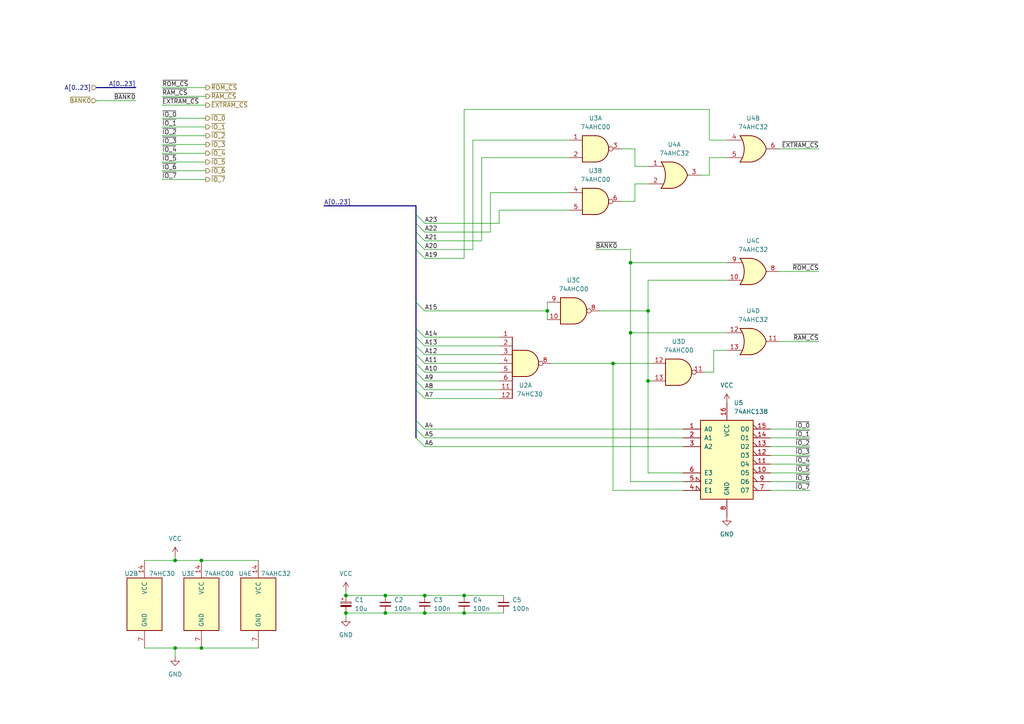
<source format=kicad_sch>
(kicad_sch (version 20250114) (generator "eeschema") (generator_version "9.0")
  (paper "A4")
  (title_block (title "Address Decoding Module") (date "2023-05-23") (rev "A.32") (comment 2 "https://github.com/adrienkohlbecker/BB816") (comment 3 "Licensed under CERN-OHL-W v2") (comment 4 "Copyright © 2022-2023 Adrien Kohlbecker"))
  (lib_symbols
    (symbol "74xx:74LS00" (pin_names (offset 1.016))
      (property "Reference" "U" (at 0 1.27 0))
      (property "Value" "74LS00" (at 0 -1.27 0))
      (symbol "74LS00_1_1"
        (arc (start 0 3.81) (mid 3.7934 0) (end 0 -3.81) (stroke (width 0.254)) (fill (type background)))
        (polyline (pts (xy 0 3.81) (xy -3.81 3.81) (xy -3.81 -3.81) (xy 0 -3.81)) (stroke (width 0.254)) (fill (type background)))
        (pin input line (at -7.62 2.54 0) (length 3.81) (name "~") (number "1"))
        (pin input line (at -7.62 -2.54 0) (length 3.81) (name "~") (number "2"))
        (pin output inverted (at 7.62 0 180) (length 3.81) (name "~") (number "3"))
      )
      (symbol "74LS00_1_2"
        (arc (start -3.81 3.81) (mid -2.589 0) (end -3.81 -3.81) (stroke (width 0.254)))
        (polyline (pts (xy -3.81 3.81) (xy -0.635 3.81)) (stroke (width 0.254)) (fill (type background)))
        (polyline (pts (xy -3.81 -3.81) (xy -0.635 -3.81)) (stroke (width 0.254)) (fill (type background)))
        (arc (start 3.81 0) (mid 2.1855 -2.584) (end -0.6096 -3.81) (stroke (width 0.254)) (fill (type background)))
        (arc (start -0.6096 3.81) (mid 2.1929 2.5925) (end 3.81 0) (stroke (width 0.254)) (fill (type background)))
        (polyline (pts (xy -0.635 3.81) (xy -3.81 3.81) (xy -3.81 3.81) (xy -3.556 3.4036) (xy -3.0226 2.2606) (xy -2.6924 1.0414) (xy -2.6162 -0.254) (xy -2.7686 -1.4986) (xy -3.175 -2.7178) (xy -3.81 -3.81) (xy -3.81 -3.81) (xy -0.635 -3.81)) (stroke (width -25.4)) (fill (type background)))
        (pin input inverted (at -7.62 2.54 0) (length 4.318) (name "~") (number "1"))
        (pin input inverted (at -7.62 -2.54 0) (length 4.318) (name "~") (number "2"))
        (pin output line (at 7.62 0 180) (length 3.81) (name "~") (number "3"))
      )
      (symbol "74LS00_2_1"
        (arc (start 0 3.81) (mid 3.7934 0) (end 0 -3.81) (stroke (width 0.254)) (fill (type background)))
        (polyline (pts (xy 0 3.81) (xy -3.81 3.81) (xy -3.81 -3.81) (xy 0 -3.81)) (stroke (width 0.254)) (fill (type background)))
        (pin input line (at -7.62 2.54 0) (length 3.81) (name "~") (number "4"))
        (pin input line (at -7.62 -2.54 0) (length 3.81) (name "~") (number "5"))
        (pin output inverted (at 7.62 0 180) (length 3.81) (name "~") (number "6"))
      )
      (symbol "74LS00_2_2"
        (arc (start -3.81 3.81) (mid -2.589 0) (end -3.81 -3.81) (stroke (width 0.254)))
        (polyline (pts (xy -3.81 3.81) (xy -0.635 3.81)) (stroke (width 0.254)) (fill (type background)))
        (polyline (pts (xy -3.81 -3.81) (xy -0.635 -3.81)) (stroke (width 0.254)) (fill (type background)))
        (arc (start 3.81 0) (mid 2.1855 -2.584) (end -0.6096 -3.81) (stroke (width 0.254)) (fill (type background)))
        (arc (start -0.6096 3.81) (mid 2.1929 2.5925) (end 3.81 0) (stroke (width 0.254)) (fill (type background)))
        (polyline (pts (xy -0.635 3.81) (xy -3.81 3.81) (xy -3.81 3.81) (xy -3.556 3.4036) (xy -3.0226 2.2606) (xy -2.6924 1.0414) (xy -2.6162 -0.254) (xy -2.7686 -1.4986) (xy -3.175 -2.7178) (xy -3.81 -3.81) (xy -3.81 -3.81) (xy -0.635 -3.81)) (stroke (width -25.4)) (fill (type background)))
        (pin input inverted (at -7.62 2.54 0) (length 4.318) (name "~") (number "4"))
        (pin input inverted (at -7.62 -2.54 0) (length 4.318) (name "~") (number "5"))
        (pin output line (at 7.62 0 180) (length 3.81) (name "~") (number "6"))
      )
      (symbol "74LS00_3_1"
        (arc (start 0 3.81) (mid 3.7934 0) (end 0 -3.81) (stroke (width 0.254)) (fill (type background)))
        (polyline (pts (xy 0 3.81) (xy -3.81 3.81) (xy -3.81 -3.81) (xy 0 -3.81)) (stroke (width 0.254)) (fill (type background)))
        (pin input line (at -7.62 2.54 0) (length 3.81) (name "~") (number "9"))
        (pin input line (at -7.62 -2.54 0) (length 3.81) (name "~") (number "10"))
        (pin output inverted (at 7.62 0 180) (length 3.81) (name "~") (number "8"))
      )
      (symbol "74LS00_3_2"
        (arc (start -3.81 3.81) (mid -2.589 0) (end -3.81 -3.81) (stroke (width 0.254)))
        (polyline (pts (xy -3.81 3.81) (xy -0.635 3.81)) (stroke (width 0.254)) (fill (type background)))
        (polyline (pts (xy -3.81 -3.81) (xy -0.635 -3.81)) (stroke (width 0.254)) (fill (type background)))
        (arc (start 3.81 0) (mid 2.1855 -2.584) (end -0.6096 -3.81) (stroke (width 0.254)) (fill (type background)))
        (arc (start -0.6096 3.81) (mid 2.1929 2.5925) (end 3.81 0) (stroke (width 0.254)) (fill (type background)))
        (polyline (pts (xy -0.635 3.81) (xy -3.81 3.81) (xy -3.81 3.81) (xy -3.556 3.4036) (xy -3.0226 2.2606) (xy -2.6924 1.0414) (xy -2.6162 -0.254) (xy -2.7686 -1.4986) (xy -3.175 -2.7178) (xy -3.81 -3.81) (xy -3.81 -3.81) (xy -0.635 -3.81)) (stroke (width -25.4)) (fill (type background)))
        (pin input inverted (at -7.62 2.54 0) (length 4.318) (name "~") (number "9"))
        (pin input inverted (at -7.62 -2.54 0) (length 4.318) (name "~") (number "10"))
        (pin output line (at 7.62 0 180) (length 3.81) (name "~") (number "8"))
      )
      (symbol "74LS00_4_1"
        (arc (start 0 3.81) (mid 3.7934 0) (end 0 -3.81) (stroke (width 0.254)) (fill (type background)))
        (polyline (pts (xy 0 3.81) (xy -3.81 3.81) (xy -3.81 -3.81) (xy 0 -3.81)) (stroke (width 0.254)) (fill (type background)))
        (pin input line (at -7.62 2.54 0) (length 3.81) (name "~") (number "12"))
        (pin input line (at -7.62 -2.54 0) (length 3.81) (name "~") (number "13"))
        (pin output inverted (at 7.62 0 180) (length 3.81) (name "~") (number "11"))
      )
      (symbol "74LS00_4_2"
        (arc (start -3.81 3.81) (mid -2.589 0) (end -3.81 -3.81) (stroke (width 0.254)))
        (polyline (pts (xy -3.81 3.81) (xy -0.635 3.81)) (stroke (width 0.254)) (fill (type background)))
        (polyline (pts (xy -3.81 -3.81) (xy -0.635 -3.81)) (stroke (width 0.254)) (fill (type background)))
        (arc (start 3.81 0) (mid 2.1855 -2.584) (end -0.6096 -3.81) (stroke (width 0.254)) (fill (type background)))
        (arc (start -0.6096 3.81) (mid 2.1929 2.5925) (end 3.81 0) (stroke (width 0.254)) (fill (type background)))
        (polyline (pts (xy -0.635 3.81) (xy -3.81 3.81) (xy -3.81 3.81) (xy -3.556 3.4036) (xy -3.0226 2.2606) (xy -2.6924 1.0414) (xy -2.6162 -0.254) (xy -2.7686 -1.4986) (xy -3.175 -2.7178) (xy -3.81 -3.81) (xy -3.81 -3.81) (xy -0.635 -3.81)) (stroke (width -25.4)) (fill (type background)))
        (pin input inverted (at -7.62 2.54 0) (length 4.318) (name "~") (number "12"))
        (pin input inverted (at -7.62 -2.54 0) (length 4.318) (name "~") (number "13"))
        (pin output line (at 7.62 0 180) (length 3.81) (name "~") (number "11"))
      )
      (symbol "74LS00_5_0"
        (pin power_in line (at 0 12.7 270) (length 5.08) (name "VCC") (number "14"))
        (pin power_in line (at 0 -12.7 90) (length 5.08) (name "GND") (number "7"))
      )
      (symbol "74LS00_5_1"
        (rectangle (start -5.08 7.62) (end 5.08 -7.62) (stroke (width 0.254)) (fill (type background)))
      )
    )
    (symbol "74xx:74LS138" (pin_names (offset 1.016))
      (property "Reference" "U" (at -7.62 11.43 0))
      (property "Value" "74LS138" (at -7.62 -13.97 0))
      (symbol "74LS138_1_0"
        (pin input line (at -12.7 7.62 0) (length 5.08) (name "A0") (number "1"))
        (pin input line (at -12.7 5.08 0) (length 5.08) (name "A1") (number "2"))
        (pin input line (at -12.7 2.54 0) (length 5.08) (name "A2") (number "3"))
        (pin input line (at -12.7 -5.08 0) (length 5.08) (name "E3") (number "6"))
        (pin input input_low (at -12.7 -7.62 0) (length 5.08) (name "E2") (number "5"))
        (pin input input_low (at -12.7 -10.16 0) (length 5.08) (name "E1") (number "4"))
        (pin power_in line (at 0 15.24 270) (length 5.08) (name "VCC") (number "16"))
        (pin power_in line (at 0 -17.78 90) (length 5.08) (name "GND") (number "8"))
        (pin output output_low (at 12.7 7.62 180) (length 5.08) (name "O0") (number "15"))
        (pin output output_low (at 12.7 5.08 180) (length 5.08) (name "O1") (number "14"))
        (pin output output_low (at 12.7 2.54 180) (length 5.08) (name "O2") (number "13"))
        (pin output output_low (at 12.7 0 180) (length 5.08) (name "O3") (number "12"))
        (pin output output_low (at 12.7 -2.54 180) (length 5.08) (name "O4") (number "11"))
        (pin output output_low (at 12.7 -5.08 180) (length 5.08) (name "O5") (number "10"))
        (pin output output_low (at 12.7 -7.62 180) (length 5.08) (name "O6") (number "9"))
        (pin output output_low (at 12.7 -10.16 180) (length 5.08) (name "O7") (number "7"))
      )
      (symbol "74LS138_1_1"
        (rectangle (start -7.62 10.16) (end 7.62 -12.7) (stroke (width 0.254)) (fill (type background)))
      )
    )
    (symbol "74xx:74LS30" (pin_names (offset 1.016))
      (property "Reference" "U" (at 0 1.27 0))
      (property "Value" "74LS30" (at 0 -1.27 0))
      (symbol "74LS30_1_1"
        (polyline (pts (xy -3.81 7.62) (xy -3.81 -10.16)) (stroke (width 0.254)))
        (arc (start 0 3.81) (mid 3.7934 0) (end 0 -3.81) (stroke (width 0.254)) (fill (type background)))
        (polyline (pts (xy 0 3.81) (xy -3.81 3.81) (xy -3.81 -3.81) (xy 0 -3.81)) (stroke (width 0.254)) (fill (type background)))
        (pin input line (at -7.62 7.62 0) (length 3.81) (name "~") (number "1"))
        (pin input line (at -7.62 5.08 0) (length 3.81) (name "~") (number "2"))
        (pin input line (at -7.62 2.54 0) (length 3.81) (name "~") (number "3"))
        (pin input line (at -7.62 0 0) (length 3.81) (name "~") (number "4"))
        (pin input line (at -7.62 -2.54 0) (length 3.81) (name "~") (number "5"))
        (pin input line (at -7.62 -5.08 0) (length 3.81) (name "~") (number "6"))
        (pin input line (at -7.62 -7.62 0) (length 3.81) (name "~") (number "11"))
        (pin input line (at -7.62 -10.16 0) (length 3.81) (name "~") (number "12"))
        (pin output inverted (at 7.62 0 180) (length 3.81) (name "~") (number "8"))
      )
      (symbol "74LS30_1_2"
        (arc (start -3.81 3.81) (mid -2.589 0) (end -3.81 -3.81) (stroke (width 0.254)))
        (polyline (pts (xy -3.81 7.62) (xy -3.81 3.81)) (stroke (width 0.254)))
        (polyline (pts (xy -3.81 3.81) (xy -0.635 3.81)) (stroke (width 0.254)) (fill (type background)))
        (polyline (pts (xy -3.81 -3.81) (xy -3.81 -10.16)) (stroke (width 0.254)))
        (polyline (pts (xy -3.81 -3.81) (xy -0.635 -3.81)) (stroke (width 0.254)) (fill (type background)))
        (arc (start 3.81 0) (mid 2.1855 -2.584) (end -0.6096 -3.81) (stroke (width 0.254)) (fill (type background)))
        (arc (start -0.6096 3.81) (mid 2.1929 2.5925) (end 3.81 0) (stroke (width 0.254)) (fill (type background)))
        (polyline (pts (xy -0.635 3.81) (xy -3.81 3.81) (xy -3.81 3.81) (xy -3.556 3.4036) (xy -3.0226 2.2606) (xy -2.6924 1.0414) (xy -2.6162 -0.254) (xy -2.7686 -1.4986) (xy -3.175 -2.7178) (xy -3.81 -3.81) (xy -3.81 -3.81) (xy -0.635 -3.81)) (stroke (width -25.4)) (fill (type background)))
        (pin input inverted (at -7.62 7.62 0) (length 3.81) (name "~") (number "1"))
        (pin input inverted (at -7.62 5.08 0) (length 3.81) (name "~") (number "2"))
        (pin input inverted (at -7.62 2.54 0) (length 4.5466) (name "~") (number "3"))
        (pin input inverted (at -7.62 0 0) (length 5.08) (name "~") (number "4"))
        (pin input inverted (at -7.62 -2.54 0) (length 4.5466) (name "~") (number "5"))
        (pin input inverted (at -7.62 -5.08 0) (length 3.81) (name "~") (number "6"))
        (pin input inverted (at -7.62 -7.62 0) (length 3.81) (name "~") (number "11"))
        (pin input inverted (at -7.62 -10.16 0) (length 3.81) (name "~") (number "12"))
        (pin output line (at 7.62 0 180) (length 3.81) (name "~") (number "8"))
      )
      (symbol "74LS30_2_0"
        (pin power_in line (at 0 12.7 270) (length 5.08) (name "VCC") (number "14"))
        (pin power_in line (at 0 -12.7 90) (length 5.08) (name "GND") (number "7"))
      )
      (symbol "74LS30_2_1"
        (rectangle (start -5.08 7.62) (end 5.08 -7.62) (stroke (width 0.254)) (fill (type background)))
      )
    )
    (symbol "74xx:74LS32" (pin_names (offset 1.016))
      (property "Reference" "U" (at 0 1.27 0))
      (property "Value" "74LS32" (at 0 -1.27 0))
      (symbol "74LS32_1_1"
        (arc (start -3.81 3.81) (mid -2.589 0) (end -3.81 -3.81) (stroke (width 0.254)))
        (polyline (pts (xy -3.81 3.81) (xy -0.635 3.81)) (stroke (width 0.254)) (fill (type background)))
        (polyline (pts (xy -3.81 -3.81) (xy -0.635 -3.81)) (stroke (width 0.254)) (fill (type background)))
        (arc (start 3.81 0) (mid 2.1855 -2.584) (end -0.6096 -3.81) (stroke (width 0.254)) (fill (type background)))
        (arc (start -0.6096 3.81) (mid 2.1929 2.5925) (end 3.81 0) (stroke (width 0.254)) (fill (type background)))
        (polyline (pts (xy -0.635 3.81) (xy -3.81 3.81) (xy -3.81 3.81) (xy -3.556 3.4036) (xy -3.0226 2.2606) (xy -2.6924 1.0414) (xy -2.6162 -0.254) (xy -2.7686 -1.4986) (xy -3.175 -2.7178) (xy -3.81 -3.81) (xy -3.81 -3.81) (xy -0.635 -3.81)) (stroke (width -25.4)) (fill (type background)))
        (pin input line (at -7.62 2.54 0) (length 4.318) (name "~") (number "1"))
        (pin input line (at -7.62 -2.54 0) (length 4.318) (name "~") (number "2"))
        (pin output line (at 7.62 0 180) (length 3.81) (name "~") (number "3"))
      )
      (symbol "74LS32_1_2"
        (arc (start 0 3.81) (mid 3.7934 0) (end 0 -3.81) (stroke (width 0.254)) (fill (type background)))
        (polyline (pts (xy 0 3.81) (xy -3.81 3.81) (xy -3.81 -3.81) (xy 0 -3.81)) (stroke (width 0.254)) (fill (type background)))
        (pin input inverted (at -7.62 2.54 0) (length 3.81) (name "~") (number "1"))
        (pin input inverted (at -7.62 -2.54 0) (length 3.81) (name "~") (number "2"))
        (pin output inverted (at 7.62 0 180) (length 3.81) (name "~") (number "3"))
      )
      (symbol "74LS32_2_1"
        (arc (start -3.81 3.81) (mid -2.589 0) (end -3.81 -3.81) (stroke (width 0.254)))
        (polyline (pts (xy -3.81 3.81) (xy -0.635 3.81)) (stroke (width 0.254)) (fill (type background)))
        (polyline (pts (xy -3.81 -3.81) (xy -0.635 -3.81)) (stroke (width 0.254)) (fill (type background)))
        (arc (start 3.81 0) (mid 2.1855 -2.584) (end -0.6096 -3.81) (stroke (width 0.254)) (fill (type background)))
        (arc (start -0.6096 3.81) (mid 2.1929 2.5925) (end 3.81 0) (stroke (width 0.254)) (fill (type background)))
        (polyline (pts (xy -0.635 3.81) (xy -3.81 3.81) (xy -3.81 3.81) (xy -3.556 3.4036) (xy -3.0226 2.2606) (xy -2.6924 1.0414) (xy -2.6162 -0.254) (xy -2.7686 -1.4986) (xy -3.175 -2.7178) (xy -3.81 -3.81) (xy -3.81 -3.81) (xy -0.635 -3.81)) (stroke (width -25.4)) (fill (type background)))
        (pin input line (at -7.62 2.54 0) (length 4.318) (name "~") (number "4"))
        (pin input line (at -7.62 -2.54 0) (length 4.318) (name "~") (number "5"))
        (pin output line (at 7.62 0 180) (length 3.81) (name "~") (number "6"))
      )
      (symbol "74LS32_2_2"
        (arc (start 0 3.81) (mid 3.7934 0) (end 0 -3.81) (stroke (width 0.254)) (fill (type background)))
        (polyline (pts (xy 0 3.81) (xy -3.81 3.81) (xy -3.81 -3.81) (xy 0 -3.81)) (stroke (width 0.254)) (fill (type background)))
        (pin input inverted (at -7.62 2.54 0) (length 3.81) (name "~") (number "4"))
        (pin input inverted (at -7.62 -2.54 0) (length 3.81) (name "~") (number "5"))
        (pin output inverted (at 7.62 0 180) (length 3.81) (name "~") (number "6"))
      )
      (symbol "74LS32_3_1"
        (arc (start -3.81 3.81) (mid -2.589 0) (end -3.81 -3.81) (stroke (width 0.254)))
        (polyline (pts (xy -3.81 3.81) (xy -0.635 3.81)) (stroke (width 0.254)) (fill (type background)))
        (polyline (pts (xy -3.81 -3.81) (xy -0.635 -3.81)) (stroke (width 0.254)) (fill (type background)))
        (arc (start 3.81 0) (mid 2.1855 -2.584) (end -0.6096 -3.81) (stroke (width 0.254)) (fill (type background)))
        (arc (start -0.6096 3.81) (mid 2.1929 2.5925) (end 3.81 0) (stroke (width 0.254)) (fill (type background)))
        (polyline (pts (xy -0.635 3.81) (xy -3.81 3.81) (xy -3.81 3.81) (xy -3.556 3.4036) (xy -3.0226 2.2606) (xy -2.6924 1.0414) (xy -2.6162 -0.254) (xy -2.7686 -1.4986) (xy -3.175 -2.7178) (xy -3.81 -3.81) (xy -3.81 -3.81) (xy -0.635 -3.81)) (stroke (width -25.4)) (fill (type background)))
        (pin input line (at -7.62 2.54 0) (length 4.318) (name "~") (number "9"))
        (pin input line (at -7.62 -2.54 0) (length 4.318) (name "~") (number "10"))
        (pin output line (at 7.62 0 180) (length 3.81) (name "~") (number "8"))
      )
      (symbol "74LS32_3_2"
        (arc (start 0 3.81) (mid 3.7934 0) (end 0 -3.81) (stroke (width 0.254)) (fill (type background)))
        (polyline (pts (xy 0 3.81) (xy -3.81 3.81) (xy -3.81 -3.81) (xy 0 -3.81)) (stroke (width 0.254)) (fill (type background)))
        (pin input inverted (at -7.62 2.54 0) (length 3.81) (name "~") (number "9"))
        (pin input inverted (at -7.62 -2.54 0) (length 3.81) (name "~") (number "10"))
        (pin output inverted (at 7.62 0 180) (length 3.81) (name "~") (number "8"))
      )
      (symbol "74LS32_4_1"
        (arc (start -3.81 3.81) (mid -2.589 0) (end -3.81 -3.81) (stroke (width 0.254)))
        (polyline (pts (xy -3.81 3.81) (xy -0.635 3.81)) (stroke (width 0.254)) (fill (type background)))
        (polyline (pts (xy -3.81 -3.81) (xy -0.635 -3.81)) (stroke (width 0.254)) (fill (type background)))
        (arc (start 3.81 0) (mid 2.1855 -2.584) (end -0.6096 -3.81) (stroke (width 0.254)) (fill (type background)))
        (arc (start -0.6096 3.81) (mid 2.1929 2.5925) (end 3.81 0) (stroke (width 0.254)) (fill (type background)))
        (polyline (pts (xy -0.635 3.81) (xy -3.81 3.81) (xy -3.81 3.81) (xy -3.556 3.4036) (xy -3.0226 2.2606) (xy -2.6924 1.0414) (xy -2.6162 -0.254) (xy -2.7686 -1.4986) (xy -3.175 -2.7178) (xy -3.81 -3.81) (xy -3.81 -3.81) (xy -0.635 -3.81)) (stroke (width -25.4)) (fill (type background)))
        (pin input line (at -7.62 2.54 0) (length 4.318) (name "~") (number "12"))
        (pin input line (at -7.62 -2.54 0) (length 4.318) (name "~") (number "13"))
        (pin output line (at 7.62 0 180) (length 3.81) (name "~") (number "11"))
      )
      (symbol "74LS32_4_2"
        (arc (start 0 3.81) (mid 3.7934 0) (end 0 -3.81) (stroke (width 0.254)) (fill (type background)))
        (polyline (pts (xy 0 3.81) (xy -3.81 3.81) (xy -3.81 -3.81) (xy 0 -3.81)) (stroke (width 0.254)) (fill (type background)))
        (pin input inverted (at -7.62 2.54 0) (length 3.81) (name "~") (number "12"))
        (pin input inverted (at -7.62 -2.54 0) (length 3.81) (name "~") (number "13"))
        (pin output inverted (at 7.62 0 180) (length 3.81) (name "~") (number "11"))
      )
      (symbol "74LS32_5_0"
        (pin power_in line (at 0 12.7 270) (length 5.08) (name "VCC") (number "14"))
        (pin power_in line (at 0 -12.7 90) (length 5.08) (name "GND") (number "7"))
      )
      (symbol "74LS32_5_1"
        (rectangle (start -5.08 7.62) (end 5.08 -7.62) (stroke (width 0.254)) (fill (type background)))
      )
    )
    (symbol "Device:C_Polarized_Small" (pin_numbers (hide yes)) (pin_names (offset 0.254) (hide yes))
      (property "Reference" "C" (at 0.254 1.778 0))
      (property "Value" "C_Polarized_Small" (at 0.254 -2.032 0))
      (symbol "C_Polarized_Small_0_1"
        (rectangle (start -1.524 0.6858) (end 1.524 0.3048))
        (rectangle (start -1.524 -0.3048) (end 1.524 -0.6858) (fill (type outline)))
        (polyline (pts (xy -1.27 1.524) (xy -0.762 1.524)))
        (polyline (pts (xy -1.016 1.27) (xy -1.016 1.778)))
      )
      (symbol "C_Polarized_Small_1_1"
        (pin passive line (at 0 2.54 270) (length 1.8542) (name "~") (number "1"))
        (pin passive line (at 0 -2.54 90) (length 1.8542) (name "~") (number "2"))
      )
    )
    (symbol "Device:C_Small" (pin_numbers (hide yes)) (pin_names (offset 0.254) (hide yes))
      (property "Reference" "C" (at 0.254 1.778 0))
      (property "Value" "C_Small" (at 0.254 -2.032 0))
      (symbol "C_Small_0_1"
        (polyline (pts (xy -1.524 0.508) (xy 1.524 0.508)) (stroke (width 0.3048)))
        (polyline (pts (xy -1.524 -0.508) (xy 1.524 -0.508)) (stroke (width 0.3302)))
      )
      (symbol "C_Small_1_1"
        (pin passive line (at 0 2.54 270) (length 2.032) (name "~") (number "1"))
        (pin passive line (at 0 -2.54 90) (length 2.032) (name "~") (number "2"))
      )
    )
    (symbol "power:GND" (power) (pin_names (offset 0))
      (property "Value" "GND" (at 0 -3.81 0))
      (symbol "GND_0_1"
        (polyline (pts (xy 0 0) (xy 0 -1.27) (xy 1.27 -1.27) (xy 0 -2.54) (xy -1.27 -1.27) (xy 0 -1.27)))
      )
      (symbol "GND_1_1"
        (pin power_in line (at 0 0 270) (length 0) (hide yes) (name "GND") (number "1"))
      )
    )
    (symbol "power:VCC" (power) (pin_names (offset 0))
      (property "Value" "VCC" (at 0 3.81 0))
      (symbol "VCC_0_1"
        (polyline (pts (xy -0.762 1.27) (xy 0 2.54)))
        (polyline (pts (xy 0 2.54) (xy 0.762 1.27)))
        (polyline (pts (xy 0 0) (xy 0 2.54)))
      )
      (symbol "VCC_1_1"
        (pin power_in line (at 0 0 90) (length 0) (hide yes) (name "VCC") (number "1"))
      )
    )
  )
  (junction (at 123.19 177.8))
  (junction (at 50.8 187.96))
  (junction (at 182.88 76.2))
  (junction (at 187.96 90.17))
  (junction (at 58.42 162.56))
  (junction (at 111.76 177.8))
  (junction (at 123.19 172.72))
  (junction (at 187.96 110.49))
  (junction (at 50.8 162.56))
  (junction (at 182.88 96.52))
  (junction (at 134.62 172.72))
  (junction (at 158.75 90.17))
  (junction (at 100.33 172.72))
  (junction (at 177.8 105.41))
  (junction (at 58.42 187.96))
  (junction (at 134.62 177.8))
  (junction (at 100.33 177.8))
  (junction (at 111.76 172.72))
  (bus_entry (at 120.65 105.41) (size 2.54 2.54))
  (bus_entry (at 120.65 110.49) (size 2.54 2.54))
  (bus_entry (at 120.65 72.39) (size 2.54 2.54))
  (bus_entry (at 120.65 121.92) (size 2.54 2.54))
  (bus_entry (at 120.65 62.23) (size 2.54 2.54))
  (bus_entry (at 120.65 95.25) (size 2.54 2.54))
  (bus_entry (at 120.65 124.46) (size 2.54 2.54))
  (bus_entry (at 120.65 127) (size 2.54 2.54))
  (bus_entry (at 120.65 97.79) (size 2.54 2.54))
  (bus_entry (at 120.65 69.85) (size 2.54 2.54))
  (bus_entry (at 120.65 100.33) (size 2.54 2.54))
  (bus_entry (at 120.65 113.03) (size 2.54 2.54))
  (bus_entry (at 120.65 107.95) (size 2.54 2.54))
  (bus_entry (at 120.65 67.31) (size 2.54 2.54))
  (bus_entry (at 120.65 102.87) (size 2.54 2.54))
  (bus_entry (at 120.65 87.63) (size 2.54 2.54))
  (bus_entry (at 120.65 64.77) (size 2.54 2.54))
  (bus (pts (xy 120.65 100.33) (xy 120.65 102.87)))
  (wire (pts (xy 223.52 142.24) (xy 234.95 142.24)))
  (wire (pts (xy 223.52 139.7) (xy 234.95 139.7)))
  (wire (pts (xy 182.88 76.2) (xy 182.88 96.52)))
  (wire (pts (xy 111.76 177.8) (xy 123.19 177.8)))
  (wire (pts (xy 172.72 72.39) (xy 182.88 72.39)))
  (wire (pts (xy 123.19 129.54) (xy 198.12 129.54)))
  (wire (pts (xy 50.8 190.5) (xy 50.8 187.96)))
  (wire (pts (xy 50.8 187.96) (xy 58.42 187.96)))
  (wire (pts (xy 223.52 129.54) (xy 234.95 129.54)))
  (wire (pts (xy 205.74 40.64) (xy 210.82 40.64)))
  (bus (pts (xy 120.65 107.95) (xy 120.65 110.49)))
  (wire (pts (xy 187.96 81.28) (xy 210.82 81.28)))
  (bus (pts (xy 120.65 124.46) (xy 120.65 127)))
  (bus (pts (xy 120.65 67.31) (xy 120.65 69.85)))
  (wire (pts (xy 111.76 172.72) (xy 123.19 172.72)))
  (wire (pts (xy 187.96 90.17) (xy 187.96 110.49)))
  (wire (pts (xy 59.69 36.83) (xy 46.99 36.83)))
  (wire (pts (xy 223.52 127) (xy 234.95 127)))
  (wire (pts (xy 100.33 171.45) (xy 100.33 172.72)))
  (wire (pts (xy 182.88 139.7) (xy 198.12 139.7)))
  (wire (pts (xy 59.69 46.99) (xy 46.99 46.99)))
  (wire (pts (xy 39.37 29.21) (xy 27.94 29.21)))
  (wire (pts (xy 134.62 31.75) (xy 205.74 31.75)))
  (wire (pts (xy 184.15 53.34) (xy 187.96 53.34)))
  (bus (pts (xy 120.65 59.69) (xy 120.65 62.23)))
  (bus (pts (xy 120.65 113.03) (xy 120.65 121.92)))
  (bus (pts (xy 120.65 87.63) (xy 120.65 95.25)))
  (wire (pts (xy 187.96 110.49) (xy 187.96 137.16)))
  (wire (pts (xy 207.01 107.95) (xy 207.01 101.6)))
  (wire (pts (xy 187.96 110.49) (xy 189.23 110.49)))
  (wire (pts (xy 184.15 43.18) (xy 184.15 48.26)))
  (wire (pts (xy 223.52 132.08) (xy 234.95 132.08)))
  (bus (pts (xy 120.65 102.87) (xy 120.65 105.41)))
  (bus (pts (xy 120.65 72.39) (xy 120.65 87.63)))
  (wire (pts (xy 205.74 45.72) (xy 210.82 45.72)))
  (wire (pts (xy 182.88 96.52) (xy 210.82 96.52)))
  (wire (pts (xy 160.02 105.41) (xy 177.8 105.41)))
  (wire (pts (xy 187.96 81.28) (xy 187.96 90.17)))
  (wire (pts (xy 182.88 96.52) (xy 182.88 139.7)))
  (wire (pts (xy 123.19 100.33) (xy 144.78 100.33)))
  (wire (pts (xy 158.75 90.17) (xy 158.75 87.63)))
  (bus (pts (xy 120.65 95.25) (xy 120.65 97.79)))
  (wire (pts (xy 59.69 52.07) (xy 46.99 52.07)))
  (bus (pts (xy 93.98 59.69) (xy 120.65 59.69)))
  (wire (pts (xy 205.74 31.75) (xy 205.74 40.64)))
  (wire (pts (xy 123.19 115.57) (xy 144.78 115.57)))
  (wire (pts (xy 226.06 43.18) (xy 237.49 43.18)))
  (wire (pts (xy 123.19 69.85) (xy 139.7 69.85)))
  (wire (pts (xy 100.33 172.72) (xy 111.76 172.72)))
  (wire (pts (xy 123.19 127) (xy 198.12 127)))
  (wire (pts (xy 123.19 172.72) (xy 134.62 172.72)))
  (wire (pts (xy 184.15 58.42) (xy 184.15 53.34)))
  (wire (pts (xy 139.7 69.85) (xy 139.7 45.72)))
  (wire (pts (xy 203.2 50.8) (xy 205.74 50.8)))
  (wire (pts (xy 142.24 67.31) (xy 142.24 55.88)))
  (wire (pts (xy 205.74 50.8) (xy 205.74 45.72)))
  (wire (pts (xy 180.34 58.42) (xy 184.15 58.42)))
  (wire (pts (xy 123.19 105.41) (xy 144.78 105.41)))
  (wire (pts (xy 226.06 99.06) (xy 237.49 99.06)))
  (wire (pts (xy 187.96 137.16) (xy 198.12 137.16)))
  (wire (pts (xy 182.88 72.39) (xy 182.88 76.2)))
  (wire (pts (xy 46.99 25.4) (xy 59.69 25.4)))
  (wire (pts (xy 123.19 97.79) (xy 144.78 97.79)))
  (wire (pts (xy 137.16 72.39) (xy 137.16 40.64)))
  (wire (pts (xy 58.42 162.56) (xy 74.93 162.56)))
  (wire (pts (xy 123.19 90.17) (xy 158.75 90.17)))
  (wire (pts (xy 59.69 41.91) (xy 46.99 41.91)))
  (bus (pts (xy 120.65 62.23) (xy 120.65 64.77)))
  (wire (pts (xy 226.06 78.74) (xy 237.49 78.74)))
  (wire (pts (xy 50.8 162.56) (xy 58.42 162.56)))
  (wire (pts (xy 59.69 34.29) (xy 46.99 34.29)))
  (wire (pts (xy 59.69 44.45) (xy 46.99 44.45)))
  (wire (pts (xy 180.34 43.18) (xy 184.15 43.18)))
  (wire (pts (xy 123.19 113.03) (xy 144.78 113.03)))
  (wire (pts (xy 123.19 102.87) (xy 144.78 102.87)))
  (wire (pts (xy 123.19 74.93) (xy 134.62 74.93)))
  (bus (pts (xy 120.65 121.92) (xy 120.65 124.46)))
  (bus (pts (xy 120.65 110.49) (xy 120.65 113.03)))
  (wire (pts (xy 223.52 134.62) (xy 234.95 134.62)))
  (bus (pts (xy 120.65 105.41) (xy 120.65 107.95)))
  (bus (pts (xy 120.65 69.85) (xy 120.65 72.39)))
  (wire (pts (xy 100.33 177.8) (xy 111.76 177.8)))
  (wire (pts (xy 123.19 124.46) (xy 198.12 124.46)))
  (wire (pts (xy 182.88 76.2) (xy 210.82 76.2)))
  (bus (pts (xy 120.65 64.77) (xy 120.65 67.31)))
  (wire (pts (xy 46.99 30.48) (xy 59.69 30.48)))
  (wire (pts (xy 100.33 177.8) (xy 100.33 179.07)))
  (wire (pts (xy 177.8 142.24) (xy 198.12 142.24)))
  (wire (pts (xy 123.19 67.31) (xy 142.24 67.31)))
  (wire (pts (xy 41.91 162.56) (xy 50.8 162.56)))
  (wire (pts (xy 223.52 124.46) (xy 234.95 124.46)))
  (wire (pts (xy 177.8 105.41) (xy 189.23 105.41)))
  (wire (pts (xy 58.42 187.96) (xy 74.93 187.96)))
  (wire (pts (xy 223.52 137.16) (xy 234.95 137.16)))
  (bus (pts (xy 120.65 97.79) (xy 120.65 100.33)))
  (wire (pts (xy 41.91 187.96) (xy 50.8 187.96)))
  (wire (pts (xy 137.16 40.64) (xy 165.1 40.64)))
  (wire (pts (xy 139.7 45.72) (xy 165.1 45.72)))
  (wire (pts (xy 134.62 172.72) (xy 146.05 172.72)))
  (wire (pts (xy 144.78 64.77) (xy 144.78 60.96)))
  (wire (pts (xy 184.15 48.26) (xy 187.96 48.26)))
  (bus (pts (xy 27.94 25.4) (xy 39.37 25.4)))
  (wire (pts (xy 46.99 27.94) (xy 59.69 27.94)))
  (wire (pts (xy 134.62 74.93) (xy 134.62 31.75)))
  (wire (pts (xy 142.24 55.88) (xy 165.1 55.88)))
  (wire (pts (xy 144.78 60.96) (xy 165.1 60.96)))
  (wire (pts (xy 173.99 90.17) (xy 187.96 90.17)))
  (wire (pts (xy 134.62 177.8) (xy 146.05 177.8)))
  (wire (pts (xy 158.75 90.17) (xy 158.75 92.71)))
  (wire (pts (xy 123.19 64.77) (xy 144.78 64.77)))
  (wire (pts (xy 50.8 161.29) (xy 50.8 162.56)))
  (wire (pts (xy 123.19 110.49) (xy 144.78 110.49)))
  (wire (pts (xy 177.8 105.41) (xy 177.8 142.24)))
  (wire (pts (xy 59.69 39.37) (xy 46.99 39.37)))
  (wire (pts (xy 204.47 107.95) (xy 207.01 107.95)))
  (wire (pts (xy 123.19 107.95) (xy 144.78 107.95)))
  (wire (pts (xy 123.19 177.8) (xy 134.62 177.8)))
  (wire (pts (xy 59.69 49.53) (xy 46.99 49.53)))
  (wire (pts (xy 207.01 101.6) (xy 210.82 101.6)))
  (wire (pts (xy 123.19 72.39) (xy 137.16 72.39)))
  (label "A12" (at 123.19 102.87 0))
  (label "~{IO_0}" (at 46.99 34.29 0))
  (label "~{IO_0}" (at 234.95 124.46 180))
  (label "A9" (at 123.19 110.49 0))
  (label "~{IO_5}" (at 234.95 137.16 180))
  (label "A[0..23]" (at 39.37 25.4 180))
  (label "~{IO_6}" (at 234.95 139.7 180))
  (label "~{IO_1}" (at 46.99 36.83 0))
  (label "~{RAM_CS}" (at 237.49 99.06 180))
  (label "A20" (at 123.19 72.39 0))
  (label "A22" (at 123.19 67.31 0))
  (label "A[0..23]" (at 93.98 59.69 0))
  (label "A23" (at 123.19 64.77 0))
  (label "~{BANK0}" (at 172.72 72.39 0))
  (label "~{IO_6}" (at 46.99 49.53 0))
  (label "A14" (at 123.19 97.79 0))
  (label "~{IO_3}" (at 46.99 41.91 0))
  (label "A6" (at 123.19 129.54 0))
  (label "~{IO_3}" (at 234.95 132.08 180))
  (label "~{ROM_CS}" (at 46.99 25.4 0))
  (label "~{IO_7}" (at 234.95 142.24 180))
  (label "~{IO_4}" (at 46.99 44.45 0))
  (label "A4" (at 123.19 124.46 0))
  (label "A8" (at 123.19 113.03 0))
  (label "~{RAM_CS}" (at 46.99 27.94 0))
  (label "A11" (at 123.19 105.41 0))
  (label "A19" (at 123.19 74.93 0))
  (label "~{IO_7}" (at 46.99 52.07 0))
  (label "A21" (at 123.19 69.85 0))
  (label "A10" (at 123.19 107.95 0))
  (label "A7" (at 123.19 115.57 0))
  (label "~{IO_2}" (at 234.95 129.54 180))
  (label "A13" (at 123.19 100.33 0))
  (label "~{EXTRAM_CS}" (at 46.99 30.48 0))
  (label "~{IO_1}" (at 234.95 127 180))
  (label "~{IO_2}" (at 46.99 39.37 0))
  (label "~{IO_4}" (at 234.95 134.62 180))
  (label "A5" (at 123.19 127 0))
  (label "~{IO_5}" (at 46.99 46.99 0))
  (label "~{EXTRAM_CS}" (at 237.49 43.18 180))
  (label "~{ROM_CS}" (at 237.49 78.74 180))
  (label "~{BANK0}" (at 39.37 29.21 180))
  (label "A15" (at 123.19 90.17 0))
  (hierarchical_label "~{IO_6}" (shape output) (at 59.69 49.53 0))
  (hierarchical_label "A[0..23]" (shape input) (at 27.94 25.4 180))
  (hierarchical_label "~{BANK0}" (shape input) (at 27.94 29.21 180))
  (hierarchical_label "~{IO_0}" (shape output) (at 59.69 34.29 0))
  (hierarchical_label "~{IO_3}" (shape output) (at 59.69 41.91 0))
  (hierarchical_label "~{IO_5}" (shape output) (at 59.69 46.99 0))
  (hierarchical_label "~{EXTRAM_CS}" (shape output) (at 59.69 30.48 0))
  (hierarchical_label "~{ROM_CS}" (shape output) (at 59.69 25.4 0))
  (hierarchical_label "~{IO_2}" (shape output) (at 59.69 39.37 0))
  (hierarchical_label "~{RAM_CS}" (shape output) (at 59.69 27.94 0))
  (hierarchical_label "~{IO_7}" (shape output) (at 59.69 52.07 0))
  (hierarchical_label "~{IO_4}" (shape output) (at 59.69 44.45 0))
  (hierarchical_label "~{IO_1}" (shape output) (at 59.69 36.83 0))
  (symbol (lib_id "Device:C_Polarized_Small") (at 100.33 175.26 0) (unit 1)
    (property "Reference" "C1" (at 102.87 173.99 0) (effects (justify left)))
    (property "Value" "10u" (at 102.87 176.53 0) (effects (justify left)))
  )
  (symbol (lib_id "74xx:74LS32") (at 74.93 175.26 0) (unit 5)
    (property "Reference" "U4" (at 71.12 166.37 0))
    (property "Value" "74AHC32" (at 80.01 166.37 0))
    (property "Datasheet" "https://www.ti.com/lit/ds/symlink/sn74ahc32.pdf" (effects (hide yes)))
  )
  (symbol (lib_id "74xx:74LS32") (at 218.44 99.06 0) (unit 4)
    (property "Reference" "U4" (at 218.44 90.17 0))
    (property "Value" "74AHC32" (at 218.44 92.71 0))
    (property "Datasheet" "https://www.ti.com/lit/ds/symlink/sn74ahc32.pdf" (effects (hide yes)))
  )
  (symbol (lib_id "74xx:74LS32") (at 218.44 78.74 0) (unit 3)
    (property "Reference" "U4" (at 218.44 69.85 0))
    (property "Value" "74AHC32" (at 218.44 72.39 0))
    (property "Datasheet" "https://www.ti.com/lit/ds/symlink/sn74ahc32.pdf" (effects (hide yes)))
  )
  (symbol (lib_id "74xx:74LS00") (at 58.42 175.26 0) (unit 5)
    (property "Reference" "U3" (at 54.61 166.37 0))
    (property "Value" "74AHC00" (at 63.5 166.37 0))
    (property "Datasheet" "https://www.ti.com/lit/ds/symlink/sn74ahc00.pdf" (effects (hide yes)))
  )
  (symbol (lib_id "power:GND") (at 210.82 149.86 0) (unit 1)
    (property "Reference" "#PWR011" (effects (hide yes)))
    (property "Value" "GND" (at 210.82 154.94 0))
  )
  (symbol (lib_id "power:VCC") (at 210.82 116.84 0) (unit 1)
    (property "Reference" "#PWR010" (effects (hide yes)))
    (property "Value" "VCC" (at 210.82 111.76 0))
  )
  (symbol (lib_id "74xx:74LS00") (at 172.72 43.18 0) (unit 1)
    (property "Reference" "U3" (at 172.72 34.29 0))
    (property "Value" "74AHC00" (at 172.72 36.83 0))
    (property "Datasheet" "https://www.ti.com/lit/ds/symlink/sn74ahc00.pdf" (effects (hide yes)))
  )
  (symbol (lib_id "74xx:74LS00") (at 166.37 90.17 0) (unit 3)
    (property "Reference" "U3" (at 166.37 81.28 0))
    (property "Value" "74AHC00" (at 166.37 83.82 0))
    (property "Datasheet" "https://www.ti.com/lit/ds/symlink/sn74ahc00.pdf" (effects (hide yes)))
  )
  (symbol (lib_id "power:GND") (at 50.8 190.5 0) (unit 1)
    (property "Reference" "#PWR07" (effects (hide yes)))
    (property "Value" "GND" (at 50.8 195.58 0))
  )
  (symbol (lib_id "power:VCC") (at 50.8 161.29 0) (unit 1)
    (property "Reference" "#PWR06" (effects (hide yes)))
    (property "Value" "VCC" (at 50.8 156.21 0))
  )
  (symbol (lib_id "power:VCC") (at 100.33 171.45 0) (unit 1)
    (property "Reference" "#PWR08" (effects (hide yes)))
    (property "Value" "VCC" (at 100.33 166.37 0))
  )
  (symbol (lib_id "74xx:74LS30") (at 41.91 175.26 0) (unit 2)
    (property "Reference" "U2" (at 38.1 166.37 0))
    (property "Value" "74HC30" (at 46.99 166.37 0))
    (property "Datasheet" "https://www.ti.com/lit/ds/symlink/cd74hc30.pdf" (effects (hide yes)))
  )
  (symbol (lib_id "74xx:74LS00") (at 172.72 58.42 0) (unit 2)
    (property "Reference" "U3" (at 172.72 49.53 0))
    (property "Value" "74AHC00" (at 172.72 52.07 0))
    (property "Datasheet" "https://www.ti.com/lit/ds/symlink/sn74ahc00.pdf" (effects (hide yes)))
  )
  (symbol (lib_id "74xx:74LS00") (at 196.85 107.95 0) (unit 4)
    (property "Reference" "U3" (at 196.85 99.06 0))
    (property "Value" "74AHC00" (at 196.85 101.6 0))
    (property "Datasheet" "https://www.ti.com/lit/ds/symlink/sn74ahc00.pdf" (effects (hide yes)))
  )
  (symbol (lib_id "74xx:74LS32") (at 195.58 50.8 0) (unit 1)
    (property "Reference" "U4" (at 195.58 41.91 0))
    (property "Value" "74AHC32" (at 195.58 44.45 0))
    (property "Datasheet" "https://www.ti.com/lit/ds/symlink/sn74ahc32.pdf" (effects (hide yes)))
  )
  (symbol (lib_id "power:GND") (at 100.33 179.07 0) (unit 1)
    (property "Reference" "#PWR09" (effects (hide yes)))
    (property "Value" "GND" (at 100.33 184.15 0))
  )
  (symbol (lib_id "74xx:74LS138") (at 210.82 132.08 0) (unit 1)
    (property "Reference" "U5" (at 212.8394 116.84 0) (effects (justify left)))
    (property "Value" "74AHC138" (at 212.8394 119.38 0) (effects (justify left)))
    (property "Datasheet" "https://www.ti.com/lit/ds/symlink/sn74ahc138.pdf" (effects (hide yes)))
  )
  (symbol (lib_id "Device:C_Small") (at 134.62 175.26 0) (unit 1)
    (property "Reference" "C4" (at 137.16 173.9962 0) (effects (justify left)))
    (property "Value" "100n" (at 137.16 176.5362 0) (effects (justify left)))
  )
  (symbol (lib_id "74xx:74LS30") (at 152.4 105.41 0) (unit 1)
    (property "Reference" "U2" (at 152.4 111.76 0))
    (property "Value" "74HC30" (at 153.67 114.3 0))
    (property "Datasheet" "https://www.ti.com/lit/ds/symlink/cd74hc30.pdf" (effects (hide yes)))
  )
  (symbol (lib_id "Device:C_Small") (at 111.76 175.26 0) (unit 1)
    (property "Reference" "C2" (at 114.3 173.9962 0) (effects (justify left)))
    (property "Value" "100n" (at 114.3 176.5362 0) (effects (justify left)))
  )
  (symbol (lib_id "74xx:74LS32") (at 218.44 43.18 0) (unit 2)
    (property "Reference" "U4" (at 218.44 34.29 0))
    (property "Value" "74AHC32" (at 218.44 36.83 0))
    (property "Datasheet" "https://www.ti.com/lit/ds/symlink/sn74ahc32.pdf" (effects (hide yes)))
  )
  (symbol (lib_id "Device:C_Small") (at 146.05 175.26 0) (unit 1)
    (property "Reference" "C5" (at 148.59 173.9962 0) (effects (justify left)))
    (property "Value" "100n" (at 148.59 176.5362 0) (effects (justify left)))
  )
  (symbol (lib_id "Device:C_Small") (at 123.19 175.26 0) (unit 1)
    (property "Reference" "C3" (at 125.73 173.9962 0) (effects (justify left)))
    (property "Value" "100n" (at 125.73 176.5362 0) (effects (justify left)))
  )
)
</source>
